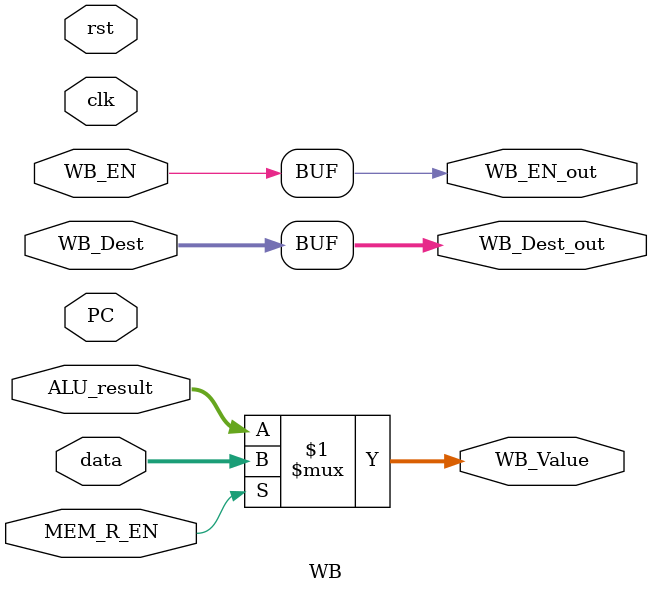
<source format=sv>
`timescale 1ns/1ns
module WB(
    input clk, rst, 
    input [3:0] WB_Dest,
    input WB_EN, MEM_R_EN,
    input [31:0] ALU_result, data, PC,
    
    output [3:0] WB_Dest_out,
    output WB_EN_out,
    output [31:0] WB_Value
);


assign WB_Dest_out = WB_Dest;
assign WB_EN_out = WB_EN;
assign WB_Value = MEM_R_EN ? data : ALU_result;

endmodule
</source>
